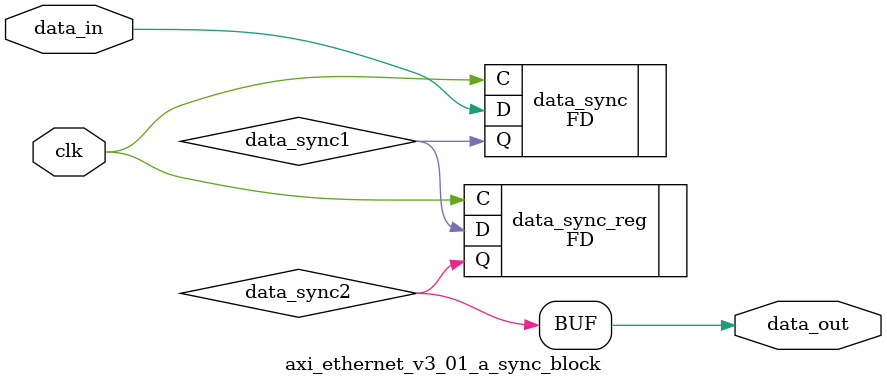
<source format=v>
`timescale 1ps / 1ps

module axi_ethernet_v3_01_a_sync_block #(
  parameter INITIALISE = 2'b00
)
(
  input        clk,              // clock to be sync'ed to
  input        data_in,          // Data to be 'synced'
  output       data_out          // synced data
);

  // Internal Signals
  wire data_sync1;
  wire data_sync2;


  (* ASYNC_REG = "TRUE", RLOC = "X0Y0" *)
  FD #(
    .INIT (INITIALISE[0])
  ) data_sync (
    .C  (clk),
    .D  (data_in),
    .Q  (data_sync1)
  );


  (* RLOC = "X0Y0" *)
  FD #(
   .INIT (INITIALISE[1])
  ) data_sync_reg (
  .C  (clk),
  .D  (data_sync1),
  .Q  (data_sync2)
  );


  assign data_out = data_sync2;


endmodule

</source>
